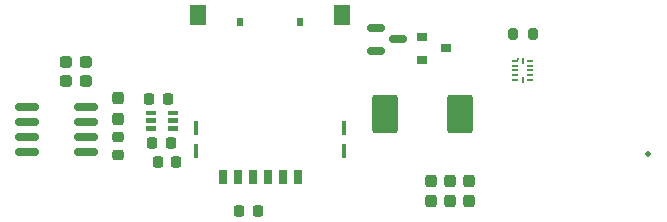
<source format=gbr>
%TF.GenerationSoftware,KiCad,Pcbnew,8.0.4*%
%TF.CreationDate,2024-09-18T09:12:31+01:00*%
%TF.ProjectId,BG95V4,42473935-5634-42e6-9b69-6361645f7063,rev?*%
%TF.SameCoordinates,Original*%
%TF.FileFunction,Paste,Top*%
%TF.FilePolarity,Positive*%
%FSLAX46Y46*%
G04 Gerber Fmt 4.6, Leading zero omitted, Abs format (unit mm)*
G04 Created by KiCad (PCBNEW 8.0.4) date 2024-09-18 09:12:31*
%MOMM*%
%LPD*%
G01*
G04 APERTURE LIST*
G04 Aperture macros list*
%AMRoundRect*
0 Rectangle with rounded corners*
0 $1 Rounding radius*
0 $2 $3 $4 $5 $6 $7 $8 $9 X,Y pos of 4 corners*
0 Add a 4 corners polygon primitive as box body*
4,1,4,$2,$3,$4,$5,$6,$7,$8,$9,$2,$3,0*
0 Add four circle primitives for the rounded corners*
1,1,$1+$1,$2,$3*
1,1,$1+$1,$4,$5*
1,1,$1+$1,$6,$7*
1,1,$1+$1,$8,$9*
0 Add four rect primitives between the rounded corners*
20,1,$1+$1,$2,$3,$4,$5,0*
20,1,$1+$1,$4,$5,$6,$7,0*
20,1,$1+$1,$6,$7,$8,$9,0*
20,1,$1+$1,$8,$9,$2,$3,0*%
G04 Aperture macros list end*
%ADD10C,0.010000*%
%ADD11RoundRect,0.218750X0.218750X0.256250X-0.218750X0.256250X-0.218750X-0.256250X0.218750X-0.256250X0*%
%ADD12RoundRect,0.218750X-0.256250X0.218750X-0.256250X-0.218750X0.256250X-0.218750X0.256250X0.218750X0*%
%ADD13RoundRect,0.250001X-0.837499X-1.399999X0.837499X-1.399999X0.837499X1.399999X-0.837499X1.399999X0*%
%ADD14RoundRect,0.237500X0.237500X-0.287500X0.237500X0.287500X-0.237500X0.287500X-0.237500X-0.287500X0*%
%ADD15RoundRect,0.237500X0.287500X0.237500X-0.287500X0.237500X-0.287500X-0.237500X0.287500X-0.237500X0*%
%ADD16RoundRect,0.237500X-0.237500X0.287500X-0.237500X-0.287500X0.237500X-0.287500X0.237500X0.287500X0*%
%ADD17RoundRect,0.150000X-0.825000X-0.150000X0.825000X-0.150000X0.825000X0.150000X-0.825000X0.150000X0*%
%ADD18R,0.900000X0.800000*%
%ADD19R,0.650000X1.150000*%
%ADD20R,0.450000X1.300000*%
%ADD21R,1.400000X1.700000*%
%ADD22R,0.540000X0.800000*%
%ADD23R,0.600000X0.200000*%
%ADD24R,0.150000X0.250000*%
%ADD25R,0.200000X0.600000*%
%ADD26RoundRect,0.200000X-0.200000X-0.275000X0.200000X-0.275000X0.200000X0.275000X-0.200000X0.275000X0*%
%ADD27C,0.500000*%
%ADD28RoundRect,0.150000X-0.587500X-0.150000X0.587500X-0.150000X0.587500X0.150000X-0.587500X0.150000X0*%
G04 APERTURE END LIST*
D10*
%TO.C,D1*%
X29935000Y8900000D02*
X29184080Y8900000D01*
X29184080Y9200555D01*
X29935000Y9200555D01*
X29935000Y8900000D01*
G36*
X29935000Y8900000D02*
G01*
X29184080Y8900000D01*
X29184080Y9200555D01*
X29935000Y9200555D01*
X29935000Y8900000D01*
G37*
X29935000Y8250000D02*
X29183750Y8250000D01*
X29183750Y8550142D01*
X29935000Y8550142D01*
X29935000Y8250000D01*
G36*
X29935000Y8250000D02*
G01*
X29183750Y8250000D01*
X29183750Y8550142D01*
X29935000Y8550142D01*
X29935000Y8250000D01*
G37*
X29935000Y7600000D02*
X29183910Y7600000D01*
X29183910Y7899587D01*
X29935000Y7899587D01*
X29935000Y7600000D01*
G36*
X29935000Y7600000D02*
G01*
X29183910Y7600000D01*
X29183910Y7899587D01*
X29935000Y7899587D01*
X29935000Y7600000D01*
G37*
X31835000Y8900000D02*
X31086111Y8900000D01*
X31086111Y9201546D01*
X31835000Y9201546D01*
X31835000Y8900000D01*
G36*
X31835000Y8900000D02*
G01*
X31086111Y8900000D01*
X31086111Y9201546D01*
X31835000Y9201546D01*
X31835000Y8900000D01*
G37*
X31835000Y8250000D02*
X31085076Y8250000D01*
X31085076Y8550020D01*
X31835000Y8550020D01*
X31835000Y8250000D01*
G36*
X31835000Y8250000D02*
G01*
X31085076Y8250000D01*
X31085076Y8550020D01*
X31835000Y8550020D01*
X31835000Y8250000D01*
G37*
X31835000Y7600000D02*
X31085043Y7600000D01*
X31085043Y7899963D01*
X31835000Y7899963D01*
X31835000Y7600000D01*
G36*
X31835000Y7600000D02*
G01*
X31085043Y7600000D01*
X31085043Y7899963D01*
X31835000Y7899963D01*
X31835000Y7600000D01*
G37*
%TD*%
D11*
%TO.C,C1*%
X31297500Y6500000D03*
X29722500Y6500000D03*
%TD*%
%TO.C,C2*%
X31047500Y10190000D03*
X29472500Y10190000D03*
%TD*%
%TO.C,C3*%
X31750100Y4860000D03*
X30175100Y4860000D03*
%TD*%
D12*
%TO.C,C4*%
X26797000Y7010500D03*
X26797000Y5435500D03*
%TD*%
D13*
%TO.C,C6*%
X49390500Y8890000D03*
X55765500Y8890000D03*
%TD*%
D14*
%TO.C,C7*%
X53300000Y1525000D03*
X53300000Y3275000D03*
%TD*%
D15*
%TO.C,C8*%
X24141400Y11734800D03*
X22391400Y11734800D03*
%TD*%
D14*
%TO.C,C9*%
X54900000Y1525000D03*
X54900000Y3275000D03*
%TD*%
D15*
%TO.C,C10*%
X24141400Y13309600D03*
X22391400Y13309600D03*
%TD*%
D14*
%TO.C,C11*%
X56500000Y1525000D03*
X56500000Y3275000D03*
%TD*%
D16*
%TO.C,C12*%
X26797000Y10287000D03*
X26797000Y8537000D03*
%TD*%
D17*
%TO.C,Q2*%
X19150000Y9555000D03*
X19150000Y8285000D03*
X19150000Y7015000D03*
X19150000Y5745000D03*
X24100000Y5745000D03*
X24100000Y7015000D03*
X24100000Y8285000D03*
X24100000Y9555000D03*
%TD*%
D18*
%TO.C,Q8*%
X52594000Y15428000D03*
X52594000Y13528000D03*
X54594000Y14478000D03*
%TD*%
D11*
%TO.C,R1*%
X38658900Y711200D03*
X37083900Y711200D03*
%TD*%
D19*
%TO.C,J11*%
X36945000Y3605000D03*
X39485000Y3605000D03*
X42025000Y3605000D03*
X35675000Y3605000D03*
X38215000Y3605000D03*
X40755000Y3605000D03*
D20*
X33430000Y5775000D03*
X33430000Y7775000D03*
X45970000Y5775000D03*
X45970000Y7775000D03*
D21*
X45805000Y17335000D03*
X33595000Y17335000D03*
D22*
X37160000Y16755000D03*
X42240000Y16755000D03*
%TD*%
D23*
%TO.C,U2*%
X60425000Y13425000D03*
D24*
X60650000Y13600000D03*
D23*
X60425000Y13025000D03*
X60425000Y12625000D03*
X60425000Y12225000D03*
X60425000Y11825000D03*
D25*
X61075000Y11825000D03*
D23*
X61725000Y11825000D03*
X61725000Y12225000D03*
X61725000Y12625000D03*
X61725000Y13025000D03*
X61725000Y13425000D03*
D25*
X61075000Y13425000D03*
%TD*%
D26*
%TO.C,R3*%
X60300000Y15725000D03*
X61950000Y15725000D03*
%TD*%
D27*
%TO.C,TP1*%
X71689600Y5511800D03*
%TD*%
D28*
%TO.C,Q3*%
X48671000Y16190000D03*
X48671000Y14290000D03*
X50546000Y15240000D03*
%TD*%
M02*

</source>
